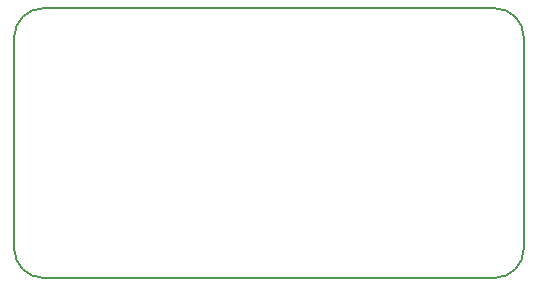
<source format=gbr>
G04 #@! TF.GenerationSoftware,KiCad,Pcbnew,5.1.5-52549c5~84~ubuntu18.04.1*
G04 #@! TF.CreationDate,2020-01-02T10:07:06-07:00*
G04 #@! TF.ProjectId,FeatherWing_KC5,46656174-6865-4725-9769-6e675f4b4335,rev?*
G04 #@! TF.SameCoordinates,Original*
G04 #@! TF.FileFunction,Profile,NP*
%FSLAX46Y46*%
G04 Gerber Fmt 4.6, Leading zero omitted, Abs format (unit mm)*
G04 Created by KiCad (PCBNEW 5.1.5-52549c5~84~ubuntu18.04.1) date 2020-01-02 10:07:06*
%MOMM*%
%LPD*%
G04 APERTURE LIST*
%ADD10C,0.200000*%
G04 APERTURE END LIST*
D10*
X122555000Y-102870000D02*
G75*
G02X120015000Y-100330000I0J2540000D01*
G01*
X120015000Y-82550000D02*
G75*
G02X122555000Y-80010000I2540000J0D01*
G01*
X160655000Y-80010000D02*
G75*
G02X163195000Y-82550000I0J-2540000D01*
G01*
X163195000Y-100330000D02*
G75*
G02X160655000Y-102870000I-2540000J0D01*
G01*
X163195000Y-82550000D02*
X163195000Y-100330000D01*
X122555000Y-80010000D02*
X160655000Y-80010000D01*
X120015000Y-100330000D02*
X120015000Y-82550000D01*
X160655000Y-102870000D02*
X122555000Y-102870000D01*
M02*

</source>
